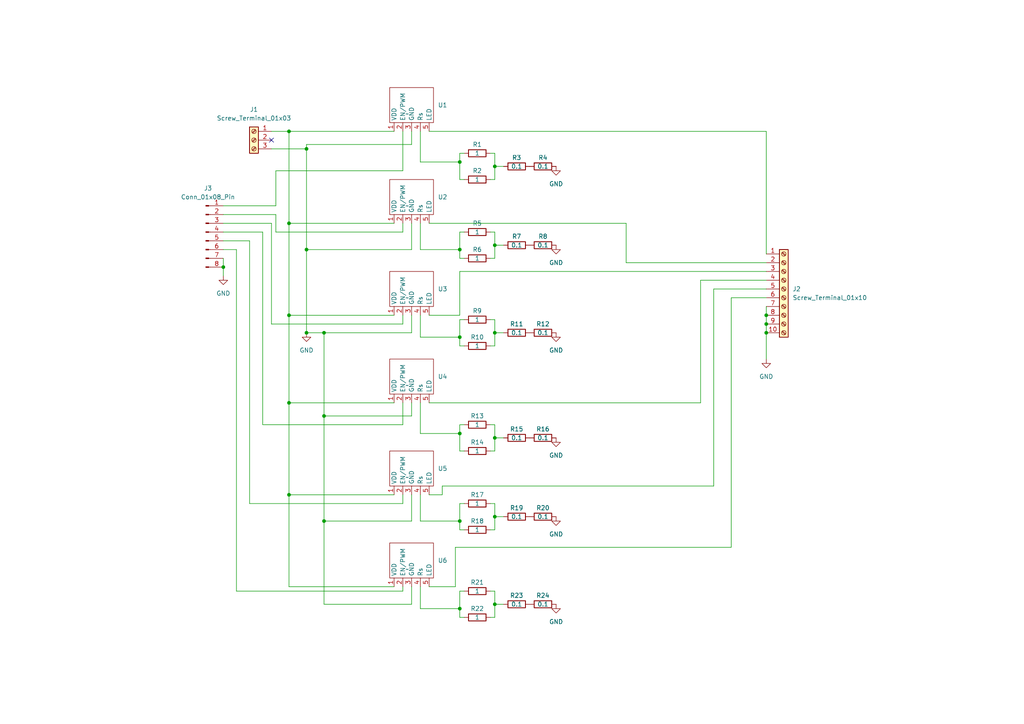
<source format=kicad_sch>
(kicad_sch (version 20230121) (generator eeschema)
  (paper "A4")
  (lib_symbols
    (symbol "Connector:Conn_01x08_Pin" (pin_names (offset 1.016) hide)
      (property "Reference" "J" (at 0 10.16 0))
      (property "Value" "Conn_01x08_Pin" (at 0 -12.7 0))
      (symbol "Conn_01x08_Pin_1_1"
        (polyline (pts (xy 1.27 -10.16) (xy 0.8636 -10.16)) (stroke (width 0.1524)))
        (polyline (pts (xy 1.27 -7.62) (xy 0.8636 -7.62)) (stroke (width 0.1524)))
        (polyline (pts (xy 1.27 -5.08) (xy 0.8636 -5.08)) (stroke (width 0.1524)))
        (polyline (pts (xy 1.27 -2.54) (xy 0.8636 -2.54)) (stroke (width 0.1524)))
        (polyline (pts (xy 1.27 0) (xy 0.8636 0)) (stroke (width 0.1524)))
        (polyline (pts (xy 1.27 2.54) (xy 0.8636 2.54)) (stroke (width 0.1524)))
        (polyline (pts (xy 1.27 5.08) (xy 0.8636 5.08)) (stroke (width 0.1524)))
        (polyline (pts (xy 1.27 7.62) (xy 0.8636 7.62)) (stroke (width 0.1524)))
        (rectangle (start 0.8636 -10.033) (end 0 -10.287) (stroke (width 0.1524)) (fill (type outline)))
        (rectangle (start 0.8636 -7.493) (end 0 -7.747) (stroke (width 0.1524)) (fill (type outline)))
        (rectangle (start 0.8636 -4.953) (end 0 -5.207) (stroke (width 0.1524)) (fill (type outline)))
        (rectangle (start 0.8636 -2.413) (end 0 -2.667) (stroke (width 0.1524)) (fill (type outline)))
        (rectangle (start 0.8636 0.127) (end 0 -0.127) (stroke (width 0.1524)) (fill (type outline)))
        (rectangle (start 0.8636 2.667) (end 0 2.413) (stroke (width 0.1524)) (fill (type outline)))
        (rectangle (start 0.8636 5.207) (end 0 4.953) (stroke (width 0.1524)) (fill (type outline)))
        (rectangle (start 0.8636 7.747) (end 0 7.493) (stroke (width 0.1524)) (fill (type outline)))
        (pin passive line (at 5.08 7.62 180) (length 3.81) (name "Pin_1") (number "1"))
        (pin passive line (at 5.08 5.08 180) (length 3.81) (name "Pin_2") (number "2"))
        (pin passive line (at 5.08 2.54 180) (length 3.81) (name "Pin_3") (number "3"))
        (pin passive line (at 5.08 0 180) (length 3.81) (name "Pin_4") (number "4"))
        (pin passive line (at 5.08 -2.54 180) (length 3.81) (name "Pin_5") (number "5"))
        (pin passive line (at 5.08 -5.08 180) (length 3.81) (name "Pin_6") (number "6"))
        (pin passive line (at 5.08 -7.62 180) (length 3.81) (name "Pin_7") (number "7"))
        (pin passive line (at 5.08 -10.16 180) (length 3.81) (name "Pin_8") (number "8"))
      )
    )
    (symbol "Connector:Screw_Terminal_01x03" (pin_names (offset 1.016) hide)
      (property "Reference" "J" (at 0 5.08 0))
      (property "Value" "Screw_Terminal_01x03" (at 0 -5.08 0))
      (symbol "Screw_Terminal_01x03_1_1"
        (rectangle (start -1.27 3.81) (end 1.27 -3.81) (stroke (width 0.254)) (fill (type background)))
        (circle (center 0 -2.54) (radius 0.635) (stroke (width 0.1524)))
        (polyline (pts (xy -0.5334 -2.2098) (xy 0.3302 -3.048)) (stroke (width 0.1524)))
        (polyline (pts (xy -0.5334 0.3302) (xy 0.3302 -0.508)) (stroke (width 0.1524)))
        (polyline (pts (xy -0.5334 2.8702) (xy 0.3302 2.032)) (stroke (width 0.1524)))
        (polyline (pts (xy -0.3556 -2.032) (xy 0.508 -2.8702)) (stroke (width 0.1524)))
        (polyline (pts (xy -0.3556 0.508) (xy 0.508 -0.3302)) (stroke (width 0.1524)))
        (polyline (pts (xy -0.3556 3.048) (xy 0.508 2.2098)) (stroke (width 0.1524)))
        (circle (center 0 0) (radius 0.635) (stroke (width 0.1524)))
        (circle (center 0 2.54) (radius 0.635) (stroke (width 0.1524)))
        (pin passive line (at -5.08 2.54 0) (length 3.81) (name "Pin_1") (number "1"))
        (pin passive line (at -5.08 0 0) (length 3.81) (name "Pin_2") (number "2"))
        (pin passive line (at -5.08 -2.54 0) (length 3.81) (name "Pin_3") (number "3"))
      )
    )
    (symbol "Connector:Screw_Terminal_01x10" (pin_names (offset 1.016) hide)
      (property "Reference" "J" (at 0 12.7 0))
      (property "Value" "Screw_Terminal_01x10" (at 0 -15.24 0))
      (symbol "Screw_Terminal_01x10_1_1"
        (rectangle (start -1.27 11.43) (end 1.27 -13.97) (stroke (width 0.254)) (fill (type background)))
        (circle (center 0 -12.7) (radius 0.635) (stroke (width 0.1524)))
        (circle (center 0 -10.16) (radius 0.635) (stroke (width 0.1524)))
        (circle (center 0 -7.62) (radius 0.635) (stroke (width 0.1524)))
        (circle (center 0 -5.08) (radius 0.635) (stroke (width 0.1524)))
        (circle (center 0 -2.54) (radius 0.635) (stroke (width 0.1524)))
        (polyline (pts (xy -0.5334 -12.3698) (xy 0.3302 -13.208)) (stroke (width 0.1524)))
        (polyline (pts (xy -0.5334 -9.8298) (xy 0.3302 -10.668)) (stroke (width 0.1524)))
        (polyline (pts (xy -0.5334 -7.2898) (xy 0.3302 -8.128)) (stroke (width 0.1524)))
        (polyline (pts (xy -0.5334 -4.7498) (xy 0.3302 -5.588)) (stroke (width 0.1524)))
        (polyline (pts (xy -0.5334 -2.2098) (xy 0.3302 -3.048)) (stroke (width 0.1524)))
        (polyline (pts (xy -0.5334 0.3302) (xy 0.3302 -0.508)) (stroke (width 0.1524)))
        (polyline (pts (xy -0.5334 2.8702) (xy 0.3302 2.032)) (stroke (width 0.1524)))
        (polyline (pts (xy -0.5334 5.4102) (xy 0.3302 4.572)) (stroke (width 0.1524)))
        (polyline (pts (xy -0.5334 7.9502) (xy 0.3302 7.112)) (stroke (width 0.1524)))
        (polyline (pts (xy -0.5334 10.4902) (xy 0.3302 9.652)) (stroke (width 0.1524)))
        (polyline (pts (xy -0.3556 -12.192) (xy 0.508 -13.0302)) (stroke (width 0.1524)))
        (polyline (pts (xy -0.3556 -9.652) (xy 0.508 -10.4902)) (stroke (width 0.1524)))
        (polyline (pts (xy -0.3556 -7.112) (xy 0.508 -7.9502)) (stroke (width 0.1524)))
        (polyline (pts (xy -0.3556 -4.572) (xy 0.508 -5.4102)) (stroke (width 0.1524)))
        (polyline (pts (xy -0.3556 -2.032) (xy 0.508 -2.8702)) (stroke (width 0.1524)))
        (polyline (pts (xy -0.3556 0.508) (xy 0.508 -0.3302)) (stroke (width 0.1524)))
        (polyline (pts (xy -0.3556 3.048) (xy 0.508 2.2098)) (stroke (width 0.1524)))
        (polyline (pts (xy -0.3556 5.588) (xy 0.508 4.7498)) (stroke (width 0.1524)))
        (polyline (pts (xy -0.3556 8.128) (xy 0.508 7.2898)) (stroke (width 0.1524)))
        (polyline (pts (xy -0.3556 10.668) (xy 0.508 9.8298)) (stroke (width 0.1524)))
        (circle (center 0 0) (radius 0.635) (stroke (width 0.1524)))
        (circle (center 0 2.54) (radius 0.635) (stroke (width 0.1524)))
        (circle (center 0 5.08) (radius 0.635) (stroke (width 0.1524)))
        (circle (center 0 7.62) (radius 0.635) (stroke (width 0.1524)))
        (circle (center 0 10.16) (radius 0.635) (stroke (width 0.1524)))
        (pin passive line (at -5.08 10.16 0) (length 3.81) (name "Pin_1") (number "1"))
        (pin passive line (at -5.08 -12.7 0) (length 3.81) (name "Pin_10") (number "10"))
        (pin passive line (at -5.08 7.62 0) (length 3.81) (name "Pin_2") (number "2"))
        (pin passive line (at -5.08 5.08 0) (length 3.81) (name "Pin_3") (number "3"))
        (pin passive line (at -5.08 2.54 0) (length 3.81) (name "Pin_4") (number "4"))
        (pin passive line (at -5.08 0 0) (length 3.81) (name "Pin_5") (number "5"))
        (pin passive line (at -5.08 -2.54 0) (length 3.81) (name "Pin_6") (number "6"))
        (pin passive line (at -5.08 -5.08 0) (length 3.81) (name "Pin_7") (number "7"))
        (pin passive line (at -5.08 -7.62 0) (length 3.81) (name "Pin_8") (number "8"))
        (pin passive line (at -5.08 -10.16 0) (length 3.81) (name "Pin_9") (number "9"))
      )
    )
    (symbol "Device:R" (pin_numbers hide) (pin_names (offset 0))
      (property "Reference" "R" (at 2.032 0 90))
      (property "Value" "R" (at 0 0 90))
      (symbol "R_0_1"
        (rectangle (start -1.016 -2.54) (end 1.016 2.54) (stroke (width 0.254)))
      )
      (symbol "R_1_1"
        (pin passive line (at 0 3.81 270) (length 1.27) (name "~") (number "1"))
        (pin passive line (at 0 -3.81 90) (length 1.27) (name "~") (number "2"))
      )
    )
    (symbol "nanbuwks:NJW4617"
      (property "Reference" "U" (at 0 6.35 0))
      (symbol "NJW4617_0_1"
        (rectangle (start -6.35 5.08) (end 6.35 -5.08))
      )
      (symbol "NJW4617_1_1"
        (pin power_in line (at -5.08 -7.62 90) (length 2.54) (name "VDD") (number "1"))
        (pin input line (at -2.54 -7.62 90) (length 2.54) (name "EN/PWM") (number "2"))
        (pin power_in line (at 0 -7.62 90) (length 2.54) (name "GND") (number "3"))
        (pin input line (at 2.54 -7.62 90) (length 2.54) (name "Rs") (number "4"))
        (pin output line (at 5.08 -7.62 90) (length 2.54) (name "LED") (number "5"))
      )
    )
    (symbol "power:GND" (power) (pin_names (offset 0))
      (property "Value" "GND" (at 0 -3.81 0))
      (symbol "GND_0_1"
        (polyline (pts (xy 0 0) (xy 0 -1.27) (xy 1.27 -1.27) (xy 0 -2.54) (xy -1.27 -1.27) (xy 0 -1.27)))
      )
      (symbol "GND_1_1"
        (pin power_in line (at 0 0 270) (length 0) hide (name "GND") (number "1"))
      )
    )
  )
  (junction (at 143.51 175.26))
  (junction (at 222.25 91.44))
  (junction (at 83.82 116.84))
  (junction (at 64.77 77.47))
  (junction (at 222.25 96.52))
  (junction (at 222.25 93.98))
  (junction (at 133.35 72.39))
  (junction (at 133.35 97.79))
  (junction (at 133.35 46.99))
  (junction (at 83.82 38.1))
  (junction (at 83.82 143.51))
  (junction (at 133.35 176.53))
  (junction (at 133.35 151.13))
  (junction (at 88.9 96.52))
  (junction (at 93.98 120.65))
  (junction (at 143.51 127))
  (junction (at 143.51 96.52))
  (junction (at 83.82 64.77))
  (junction (at 93.98 96.52))
  (junction (at 143.51 71.12))
  (junction (at 88.9 43.18))
  (junction (at 88.9 72.39))
  (junction (at 133.35 125.73))
  (junction (at 143.51 48.26))
  (junction (at 83.82 91.44))
  (junction (at 93.98 151.13))
  (junction (at 143.51 149.86))
  (no_connect (at 78.74 40.64))
  (wire (pts (xy 124.46 170.18) (xy 132.08 170.18)))
  (wire (pts (xy 119.38 170.18) (xy 119.38 175.26)))
  (wire (pts (xy 142.24 92.71) (xy 143.51 92.71)))
  (wire (pts (xy 222.25 88.9) (xy 222.25 91.44)))
  (wire (pts (xy 143.51 92.71) (xy 143.51 96.52)))
  (wire (pts (xy 80.01 67.31) (xy 116.84 67.31)))
  (wire (pts (xy 76.2 67.31) (xy 76.2 123.19)))
  (wire (pts (xy 78.74 64.77) (xy 64.77 64.77)))
  (wire (pts (xy 119.38 41.91) (xy 119.38 38.1)))
  (wire (pts (xy 143.51 52.07) (xy 142.24 52.07)))
  (wire (pts (xy 68.58 171.45) (xy 116.84 171.45)))
  (wire (pts (xy 78.74 64.77) (xy 78.74 93.98)))
  (wire (pts (xy 222.25 83.82) (xy 207.01 83.82)))
  (wire (pts (xy 93.98 151.13) (xy 119.38 151.13)))
  (wire (pts (xy 128.27 143.51) (xy 124.46 143.51)))
  (wire (pts (xy 114.3 170.18) (xy 83.82 170.18)))
  (wire (pts (xy 119.38 120.65) (xy 93.98 120.65)))
  (wire (pts (xy 133.35 146.05) (xy 134.62 146.05)))
  (wire (pts (xy 124.46 91.44) (xy 133.35 91.44)))
  (wire (pts (xy 80.01 49.53) (xy 80.01 59.69)))
  (wire (pts (xy 116.84 49.53) (xy 80.01 49.53)))
  (wire (pts (xy 116.84 91.44) (xy 116.84 93.98)))
  (wire (pts (xy 143.51 127) (xy 143.51 130.81)))
  (wire (pts (xy 133.35 171.45) (xy 133.35 176.53)))
  (wire (pts (xy 121.92 151.13) (xy 133.35 151.13)))
  (wire (pts (xy 143.51 67.31) (xy 143.51 71.12)))
  (wire (pts (xy 222.25 38.1) (xy 222.25 73.66)))
  (wire (pts (xy 76.2 123.19) (xy 116.84 123.19)))
  (wire (pts (xy 72.39 146.05) (xy 72.39 69.85)))
  (wire (pts (xy 133.35 44.45) (xy 133.35 46.99)))
  (wire (pts (xy 93.98 175.26) (xy 93.98 151.13)))
  (wire (pts (xy 80.01 62.23) (xy 80.01 67.31)))
  (wire (pts (xy 143.51 74.93) (xy 142.24 74.93)))
  (wire (pts (xy 207.01 140.97) (xy 128.27 140.97)))
  (wire (pts (xy 64.77 72.39) (xy 68.58 72.39)))
  (wire (pts (xy 83.82 143.51) (xy 83.82 170.18)))
  (wire (pts (xy 203.2 116.84) (xy 203.2 81.28)))
  (wire (pts (xy 83.82 143.51) (xy 114.3 143.51)))
  (wire (pts (xy 128.27 140.97) (xy 128.27 143.51)))
  (wire (pts (xy 93.98 96.52) (xy 88.9 96.52)))
  (wire (pts (xy 124.46 116.84) (xy 203.2 116.84)))
  (wire (pts (xy 88.9 41.91) (xy 119.38 41.91)))
  (wire (pts (xy 83.82 38.1) (xy 83.82 64.77)))
  (wire (pts (xy 142.24 146.05) (xy 143.51 146.05)))
  (wire (pts (xy 119.38 175.26) (xy 93.98 175.26)))
  (wire (pts (xy 133.35 176.53) (xy 133.35 179.07)))
  (wire (pts (xy 143.51 149.86) (xy 143.51 153.67)))
  (wire (pts (xy 133.35 146.05) (xy 133.35 151.13)))
  (wire (pts (xy 133.35 74.93) (xy 134.62 74.93)))
  (wire (pts (xy 203.2 81.28) (xy 222.25 81.28)))
  (wire (pts (xy 119.38 64.77) (xy 119.38 72.39)))
  (wire (pts (xy 133.35 46.99) (xy 133.35 52.07)))
  (wire (pts (xy 133.35 123.19) (xy 133.35 125.73)))
  (wire (pts (xy 143.51 44.45) (xy 143.51 48.26)))
  (wire (pts (xy 64.77 77.47) (xy 64.77 80.01)))
  (wire (pts (xy 83.82 91.44) (xy 114.3 91.44)))
  (wire (pts (xy 207.01 83.82) (xy 207.01 140.97)))
  (wire (pts (xy 116.84 38.1) (xy 116.84 49.53)))
  (wire (pts (xy 133.35 67.31) (xy 133.35 72.39)))
  (wire (pts (xy 64.77 69.85) (xy 72.39 69.85)))
  (wire (pts (xy 142.24 123.19) (xy 143.51 123.19)))
  (wire (pts (xy 116.84 146.05) (xy 72.39 146.05)))
  (wire (pts (xy 133.35 72.39) (xy 133.35 74.93)))
  (wire (pts (xy 121.92 143.51) (xy 121.92 151.13)))
  (wire (pts (xy 133.35 179.07) (xy 134.62 179.07)))
  (wire (pts (xy 121.92 91.44) (xy 121.92 97.79)))
  (wire (pts (xy 133.35 91.44) (xy 133.35 78.74)))
  (wire (pts (xy 222.25 91.44) (xy 222.25 93.98)))
  (wire (pts (xy 83.82 64.77) (xy 83.82 91.44)))
  (wire (pts (xy 143.51 175.26) (xy 146.05 175.26)))
  (wire (pts (xy 133.35 171.45) (xy 134.62 171.45)))
  (wire (pts (xy 121.92 170.18) (xy 121.92 176.53)))
  (wire (pts (xy 88.9 43.18) (xy 88.9 41.91)))
  (wire (pts (xy 133.35 92.71) (xy 133.35 97.79)))
  (wire (pts (xy 143.51 127) (xy 146.05 127)))
  (wire (pts (xy 119.38 120.65) (xy 119.38 116.84)))
  (wire (pts (xy 133.35 151.13) (xy 133.35 153.67)))
  (wire (pts (xy 78.74 43.18) (xy 88.9 43.18)))
  (wire (pts (xy 143.51 171.45) (xy 143.51 175.26)))
  (wire (pts (xy 121.92 72.39) (xy 133.35 72.39)))
  (wire (pts (xy 181.61 76.2) (xy 181.61 64.77)))
  (wire (pts (xy 181.61 64.77) (xy 124.46 64.77)))
  (wire (pts (xy 143.51 130.81) (xy 142.24 130.81)))
  (wire (pts (xy 143.51 48.26) (xy 146.05 48.26)))
  (wire (pts (xy 143.51 71.12) (xy 146.05 71.12)))
  (wire (pts (xy 64.77 59.69) (xy 80.01 59.69)))
  (wire (pts (xy 88.9 96.52) (xy 88.9 72.39)))
  (wire (pts (xy 83.82 64.77) (xy 114.3 64.77)))
  (wire (pts (xy 119.38 91.44) (xy 119.38 96.52)))
  (wire (pts (xy 93.98 120.65) (xy 93.98 151.13)))
  (wire (pts (xy 222.25 96.52) (xy 222.25 104.14)))
  (wire (pts (xy 222.25 76.2) (xy 181.61 76.2)))
  (wire (pts (xy 116.84 123.19) (xy 116.84 116.84)))
  (wire (pts (xy 64.77 67.31) (xy 76.2 67.31)))
  (wire (pts (xy 222.25 93.98) (xy 222.25 96.52)))
  (wire (pts (xy 143.51 96.52) (xy 146.05 96.52)))
  (wire (pts (xy 121.92 38.1) (xy 121.92 46.99)))
  (wire (pts (xy 132.08 158.75) (xy 212.09 158.75)))
  (wire (pts (xy 119.38 72.39) (xy 88.9 72.39)))
  (wire (pts (xy 83.82 116.84) (xy 83.82 143.51)))
  (wire (pts (xy 116.84 67.31) (xy 116.84 64.77)))
  (wire (pts (xy 133.35 92.71) (xy 134.62 92.71)))
  (wire (pts (xy 142.24 44.45) (xy 143.51 44.45)))
  (wire (pts (xy 93.98 120.65) (xy 93.98 96.52)))
  (wire (pts (xy 143.51 146.05) (xy 143.51 149.86)))
  (wire (pts (xy 64.77 62.23) (xy 80.01 62.23)))
  (wire (pts (xy 121.92 176.53) (xy 133.35 176.53)))
  (wire (pts (xy 133.35 100.33) (xy 134.62 100.33)))
  (wire (pts (xy 64.77 74.93) (xy 64.77 77.47)))
  (wire (pts (xy 133.35 97.79) (xy 133.35 100.33)))
  (wire (pts (xy 119.38 143.51) (xy 119.38 151.13)))
  (wire (pts (xy 88.9 72.39) (xy 88.9 43.18)))
  (wire (pts (xy 121.92 97.79) (xy 133.35 97.79)))
  (wire (pts (xy 119.38 96.52) (xy 93.98 96.52)))
  (wire (pts (xy 143.51 123.19) (xy 143.51 127)))
  (wire (pts (xy 114.3 38.1) (xy 83.82 38.1)))
  (wire (pts (xy 116.84 143.51) (xy 116.84 146.05)))
  (wire (pts (xy 143.51 100.33) (xy 142.24 100.33)))
  (wire (pts (xy 143.51 179.07) (xy 142.24 179.07)))
  (wire (pts (xy 121.92 64.77) (xy 121.92 72.39)))
  (wire (pts (xy 121.92 125.73) (xy 133.35 125.73)))
  (wire (pts (xy 143.51 96.52) (xy 143.51 100.33)))
  (wire (pts (xy 133.35 67.31) (xy 134.62 67.31)))
  (wire (pts (xy 143.51 153.67) (xy 142.24 153.67)))
  (wire (pts (xy 83.82 38.1) (xy 78.74 38.1)))
  (wire (pts (xy 212.09 158.75) (xy 212.09 86.36)))
  (wire (pts (xy 133.35 123.19) (xy 134.62 123.19)))
  (wire (pts (xy 133.35 130.81) (xy 134.62 130.81)))
  (wire (pts (xy 116.84 171.45) (xy 116.84 170.18)))
  (wire (pts (xy 143.51 71.12) (xy 143.51 74.93)))
  (wire (pts (xy 143.51 149.86) (xy 146.05 149.86)))
  (wire (pts (xy 133.35 52.07) (xy 134.62 52.07)))
  (wire (pts (xy 83.82 116.84) (xy 114.3 116.84)))
  (wire (pts (xy 132.08 170.18) (xy 132.08 158.75)))
  (wire (pts (xy 143.51 175.26) (xy 143.51 179.07)))
  (wire (pts (xy 121.92 116.84) (xy 121.92 125.73)))
  (wire (pts (xy 143.51 48.26) (xy 143.51 52.07)))
  (wire (pts (xy 124.46 38.1) (xy 222.25 38.1)))
  (wire (pts (xy 133.35 125.73) (xy 133.35 130.81)))
  (wire (pts (xy 83.82 91.44) (xy 83.82 116.84)))
  (wire (pts (xy 116.84 93.98) (xy 78.74 93.98)))
  (wire (pts (xy 133.35 44.45) (xy 134.62 44.45)))
  (wire (pts (xy 142.24 171.45) (xy 143.51 171.45)))
  (wire (pts (xy 68.58 72.39) (xy 68.58 171.45)))
  (wire (pts (xy 121.92 46.99) (xy 133.35 46.99)))
  (wire (pts (xy 212.09 86.36) (xy 222.25 86.36)))
  (wire (pts (xy 133.35 153.67) (xy 134.62 153.67)))
  (wire (pts (xy 142.24 67.31) (xy 143.51 67.31)))
  (wire (pts (xy 133.35 78.74) (xy 222.25 78.74)))
  (symbol (lib_id "Device:R") (at 157.48 96.52 90) (unit 1)
    (property "Reference" "R12" (at 157.48 93.98 90))
    (property "Value" "0.1" (at 157.48 96.52 90))
    (property "Footprint" "Resistor_THT:R_Axial_DIN0207_L6.3mm_D2.5mm_P7.62mm_Horizontal" (effects hide))
  )
  (symbol (lib_id "Device:R") (at 138.43 67.31 90) (unit 1)
    (property "Reference" "R5" (at 138.43 64.77 90))
    (property "Value" "1" (at 138.43 67.31 90))
    (property "Footprint" "Resistor_THT:R_Axial_DIN0207_L6.3mm_D2.5mm_P7.62mm_Horizontal" (effects hide))
  )
  (symbol (lib_id "Device:R") (at 138.43 74.93 90) (unit 1)
    (property "Reference" "R6" (at 138.43 72.39 90))
    (property "Value" "1" (at 138.43 74.93 90))
    (property "Footprint" "Resistor_THT:R_Axial_DIN0207_L6.3mm_D2.5mm_P7.62mm_Horizontal" (effects hide))
  )
  (symbol (lib_id "Device:R") (at 157.48 149.86 90) (unit 1)
    (property "Reference" "R20" (at 157.48 147.32 90))
    (property "Value" "0.1" (at 157.48 149.86 90))
    (property "Footprint" "Resistor_THT:R_Axial_DIN0207_L6.3mm_D2.5mm_P7.62mm_Horizontal" (effects hide))
  )
  (symbol (lib_id "power:GND") (at 161.29 48.26 0) (unit 1)
    (property "Reference" "#PWR01" (effects hide))
    (property "Value" "GND" (at 161.29 53.34 0))
  )
  (symbol (lib_id "Device:R") (at 149.86 127 90) (unit 1)
    (property "Reference" "R15" (at 149.86 124.46 90))
    (property "Value" "0.1" (at 149.86 127 90))
    (property "Footprint" "Resistor_THT:R_Axial_DIN0207_L6.3mm_D2.5mm_P7.62mm_Horizontal" (effects hide))
  )
  (symbol (lib_id "nanbuwks:NJW4617") (at 119.38 30.48 0) (unit 1)
    (property "Reference" "U1" (at 127 30.48 0) (effects (justify left)))
    (property "Value" "~" (at 118.11 33.02 0))
    (property "Footprint" "TerminalBlock_Phoenix:TerminalBlock_Phoenix_MPT-0,5-5-2.54_1x05_P2.54mm_Horizontal" (effects hide))
  )
  (symbol (lib_id "Device:R") (at 138.43 130.81 90) (unit 1)
    (property "Reference" "R14" (at 138.43 128.27 90))
    (property "Value" "1" (at 138.43 130.81 90))
    (property "Footprint" "Resistor_THT:R_Axial_DIN0207_L6.3mm_D2.5mm_P7.62mm_Horizontal" (effects hide))
  )
  (symbol (lib_id "Device:R") (at 138.43 153.67 90) (unit 1)
    (property "Reference" "R18" (at 138.43 151.13 90))
    (property "Value" "1" (at 138.43 153.67 90))
    (property "Footprint" "Resistor_THT:R_Axial_DIN0207_L6.3mm_D2.5mm_P7.62mm_Horizontal" (effects hide))
  )
  (symbol (lib_id "Connector:Screw_Terminal_01x10") (at 227.33 83.82 0) (unit 1)
    (property "Reference" "J2" (at 229.87 83.82 0) (effects (justify left)))
    (property "Value" "Screw_Terminal_01x10" (at 229.87 86.36 0) (effects (justify left)))
    (property "Footprint" "TerminalBlock_RND:TerminalBlock_RND_205-00031_1x10_P10.00mm_Horizontal" (effects hide))
  )
  (symbol (lib_id "nanbuwks:NJW4617") (at 119.38 83.82 0) (unit 1)
    (property "Reference" "U3" (at 127 83.82 0) (effects (justify left)))
    (property "Value" "~" (at 118.11 86.36 0))
    (property "Footprint" "TerminalBlock_Phoenix:TerminalBlock_Phoenix_MPT-0,5-5-2.54_1x05_P2.54mm_Horizontal" (effects hide))
  )
  (symbol (lib_id "Device:R") (at 149.86 149.86 90) (unit 1)
    (property "Reference" "R19" (at 149.86 147.32 90))
    (property "Value" "0.1" (at 149.86 149.86 90))
    (property "Footprint" "Resistor_THT:R_Axial_DIN0207_L6.3mm_D2.5mm_P7.62mm_Horizontal" (effects hide))
  )
  (symbol (lib_id "Device:R") (at 149.86 96.52 90) (unit 1)
    (property "Reference" "R11" (at 149.86 93.98 90))
    (property "Value" "0.1" (at 149.86 96.52 90))
    (property "Footprint" "Resistor_THT:R_Axial_DIN0207_L6.3mm_D2.5mm_P7.62mm_Horizontal" (effects hide))
  )
  (symbol (lib_id "Device:R") (at 149.86 175.26 90) (unit 1)
    (property "Reference" "R23" (at 149.86 172.72 90))
    (property "Value" "0.1" (at 149.86 175.26 90))
    (property "Footprint" "Resistor_THT:R_Axial_DIN0207_L6.3mm_D2.5mm_P7.62mm_Horizontal" (effects hide))
  )
  (symbol (lib_id "nanbuwks:NJW4617") (at 119.38 135.89 0) (unit 1)
    (property "Reference" "U5" (at 127 135.89 0) (effects (justify left)))
    (property "Value" "~" (at 118.11 138.43 0))
    (property "Footprint" "TerminalBlock_Phoenix:TerminalBlock_Phoenix_MPT-0,5-5-2.54_1x05_P2.54mm_Horizontal" (effects hide))
  )
  (symbol (lib_id "Connector:Conn_01x08_Pin") (at 59.69 67.31 0) (unit 1)
    (property "Reference" "J3" (at 60.325 54.61 0))
    (property "Value" "Conn_01x08_Pin" (at 60.325 57.15 0))
    (property "Footprint" "Connector_PinHeader_2.54mm:PinHeader_1x08_P2.54mm_Vertical" (effects hide))
  )
  (symbol (lib_id "power:GND") (at 222.25 104.14 0) (unit 1)
    (property "Reference" "#PWR08" (effects hide))
    (property "Value" "GND" (at 222.25 109.22 0))
  )
  (symbol (lib_id "power:GND") (at 88.9 96.52 0) (unit 1)
    (property "Reference" "#PWR02" (effects hide))
    (property "Value" "GND" (at 88.9 101.6 0))
  )
  (symbol (lib_id "Device:R") (at 138.43 123.19 90) (unit 1)
    (property "Reference" "R13" (at 138.43 120.65 90))
    (property "Value" "1" (at 138.43 123.19 90))
    (property "Footprint" "Resistor_THT:R_Axial_DIN0207_L6.3mm_D2.5mm_P7.62mm_Horizontal" (effects hide))
  )
  (symbol (lib_id "Device:R") (at 138.43 146.05 90) (unit 1)
    (property "Reference" "R17" (at 138.43 143.51 90))
    (property "Value" "1" (at 138.43 146.05 90))
    (property "Footprint" "Resistor_THT:R_Axial_DIN0207_L6.3mm_D2.5mm_P7.62mm_Horizontal" (effects hide))
  )
  (symbol (lib_id "Device:R") (at 157.48 127 90) (unit 1)
    (property "Reference" "R16" (at 157.48 124.46 90))
    (property "Value" "0.1" (at 157.48 127 90))
    (property "Footprint" "Resistor_THT:R_Axial_DIN0207_L6.3mm_D2.5mm_P7.62mm_Horizontal" (effects hide))
  )
  (symbol (lib_id "Device:R") (at 138.43 52.07 90) (unit 1)
    (property "Reference" "R2" (at 138.43 49.53 90))
    (property "Value" "1" (at 138.43 52.07 90))
    (property "Footprint" "Resistor_THT:R_Axial_DIN0207_L6.3mm_D2.5mm_P7.62mm_Horizontal" (effects hide))
  )
  (symbol (lib_id "power:GND") (at 161.29 127 0) (unit 1)
    (property "Reference" "#PWR05" (effects hide))
    (property "Value" "GND" (at 161.29 132.08 0))
  )
  (symbol (lib_id "Device:R") (at 138.43 44.45 90) (unit 1)
    (property "Reference" "R1" (at 138.43 41.91 90))
    (property "Value" "1" (at 138.43 44.45 90))
    (property "Footprint" "Resistor_THT:R_Axial_DIN0207_L6.3mm_D2.5mm_P7.62mm_Horizontal" (effects hide))
  )
  (symbol (lib_id "power:GND") (at 161.29 96.52 0) (unit 1)
    (property "Reference" "#PWR04" (effects hide))
    (property "Value" "GND" (at 161.29 101.6 0))
  )
  (symbol (lib_id "Connector:Screw_Terminal_01x03") (at 73.66 40.64 0) (mirror y) (unit 1)
    (property "Reference" "J1" (at 73.66 31.75 0))
    (property "Value" "Screw_Terminal_01x03" (at 73.66 34.29 0))
    (property "Footprint" "TerminalBlock_MetzConnect:TerminalBlock_MetzConnect_Type067_RT01903HDWC_1x03_P10.00mm_Horizontal" (effects hide))
  )
  (symbol (lib_id "nanbuwks:NJW4617") (at 119.38 109.22 0) (unit 1)
    (property "Reference" "U4" (at 127 109.22 0) (effects (justify left)))
    (property "Value" "~" (at 118.11 111.76 0))
    (property "Footprint" "TerminalBlock_Phoenix:TerminalBlock_Phoenix_MPT-0,5-5-2.54_1x05_P2.54mm_Horizontal" (effects hide))
  )
  (symbol (lib_id "power:GND") (at 64.77 80.01 0) (unit 1)
    (property "Reference" "#PWR09" (effects hide))
    (property "Value" "GND" (at 64.77 85.09 0))
  )
  (symbol (lib_id "Device:R") (at 149.86 71.12 90) (unit 1)
    (property "Reference" "R7" (at 149.86 68.58 90))
    (property "Value" "0.1" (at 149.86 71.12 90))
    (property "Footprint" "Resistor_THT:R_Axial_DIN0207_L6.3mm_D2.5mm_P7.62mm_Horizontal" (effects hide))
  )
  (symbol (lib_id "nanbuwks:NJW4617") (at 119.38 162.56 0) (unit 1)
    (property "Reference" "U6" (at 127 162.56 0) (effects (justify left)))
    (property "Value" "~" (at 118.11 165.1 0))
    (property "Footprint" "TerminalBlock_Phoenix:TerminalBlock_Phoenix_MPT-0,5-5-2.54_1x05_P2.54mm_Horizontal" (effects hide))
  )
  (symbol (lib_id "nanbuwks:NJW4617") (at 119.38 57.15 0) (unit 1)
    (property "Reference" "U2" (at 127 57.15 0) (effects (justify left)))
    (property "Value" "~" (at 118.11 59.69 0))
    (property "Footprint" "TerminalBlock_Phoenix:TerminalBlock_Phoenix_MPT-0,5-5-2.54_1x05_P2.54mm_Horizontal" (effects hide))
  )
  (symbol (lib_id "Device:R") (at 138.43 92.71 90) (unit 1)
    (property "Reference" "R9" (at 138.43 90.17 90))
    (property "Value" "1" (at 138.43 92.71 90))
    (property "Footprint" "Resistor_THT:R_Axial_DIN0207_L6.3mm_D2.5mm_P7.62mm_Horizontal" (effects hide))
  )
  (symbol (lib_id "Device:R") (at 138.43 171.45 90) (unit 1)
    (property "Reference" "R21" (at 138.43 168.91 90))
    (property "Value" "1" (at 138.43 171.45 90))
    (property "Footprint" "Resistor_THT:R_Axial_DIN0207_L6.3mm_D2.5mm_P7.62mm_Horizontal" (effects hide))
  )
  (symbol (lib_id "power:GND") (at 161.29 71.12 0) (unit 1)
    (property "Reference" "#PWR03" (effects hide))
    (property "Value" "GND" (at 161.29 76.2 0))
  )
  (symbol (lib_id "Device:R") (at 157.48 48.26 90) (unit 1)
    (property "Reference" "R4" (at 157.48 45.72 90))
    (property "Value" "0.1" (at 157.48 48.26 90))
    (property "Footprint" "Resistor_THT:R_Axial_DIN0207_L6.3mm_D2.5mm_P7.62mm_Horizontal" (effects hide))
  )
  (symbol (lib_id "power:GND") (at 161.29 149.86 0) (unit 1)
    (property "Reference" "#PWR06" (effects hide))
    (property "Value" "GND" (at 161.29 154.94 0))
  )
  (symbol (lib_id "Device:R") (at 138.43 100.33 90) (unit 1)
    (property "Reference" "R10" (at 138.43 97.79 90))
    (property "Value" "1" (at 138.43 100.33 90))
    (property "Footprint" "Resistor_THT:R_Axial_DIN0207_L6.3mm_D2.5mm_P7.62mm_Horizontal" (effects hide))
  )
  (symbol (lib_id "Device:R") (at 157.48 175.26 90) (unit 1)
    (property "Reference" "R24" (at 157.48 172.72 90))
    (property "Value" "0.1" (at 157.48 175.26 90))
    (property "Footprint" "Resistor_THT:R_Axial_DIN0207_L6.3mm_D2.5mm_P7.62mm_Horizontal" (effects hide))
  )
  (symbol (lib_id "power:GND") (at 161.29 175.26 0) (unit 1)
    (property "Reference" "#PWR07" (effects hide))
    (property "Value" "GND" (at 161.29 180.34 0))
  )
  (symbol (lib_id "Device:R") (at 138.43 179.07 90) (unit 1)
    (property "Reference" "R22" (at 138.43 176.53 90))
    (property "Value" "1" (at 138.43 179.07 90))
    (property "Footprint" "Resistor_THT:R_Axial_DIN0207_L6.3mm_D2.5mm_P7.62mm_Horizontal" (effects hide))
  )
  (symbol (lib_id "Device:R") (at 149.86 48.26 90) (unit 1)
    (property "Reference" "R3" (at 149.86 45.72 90))
    (property "Value" "0.1" (at 149.86 48.26 90))
    (property "Footprint" "Resistor_THT:R_Axial_DIN0207_L6.3mm_D2.5mm_P7.62mm_Horizontal" (effects hide))
  )
  (symbol (lib_id "Device:R") (at 157.48 71.12 90) (unit 1)
    (property "Reference" "R8" (at 157.48 68.58 90))
    (property "Value" "0.1" (at 157.48 71.12 90))
    (property "Footprint" "Resistor_THT:R_Axial_DIN0207_L6.3mm_D2.5mm_P7.62mm_Horizontal" (effects hide))
  )
)
</source>
